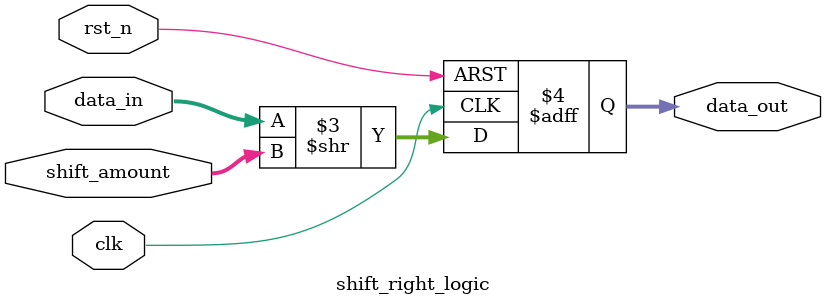
<source format=sv>
module shift_right_logic #(parameter WIDTH=8) (
    input clk, rst_n,
    input [WIDTH-1:0] data_in,
    input [2:0] shift_amount,
    output reg [WIDTH-1:0] data_out
);
always @(posedge clk or negedge rst_n) begin
    if (!rst_n) data_out <= 0;
    else data_out <= data_in >> shift_amount;
end
endmodule
</source>
